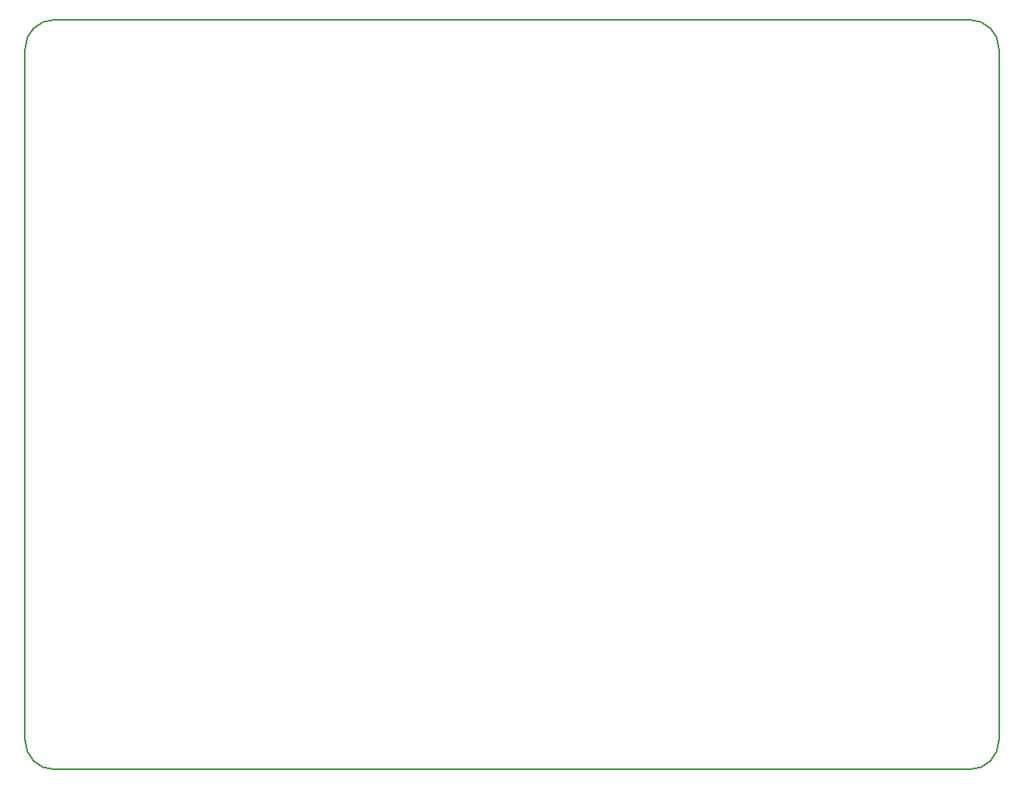
<source format=gbr>
G04 #@! TF.GenerationSoftware,KiCad,Pcbnew,(5.1.5)-3*
G04 #@! TF.CreationDate,2020-03-11T08:09:57+09:00*
G04 #@! TF.ProjectId,Electricity_Manager_40W,456c6563-7472-4696-9369-74795f4d616e,rev?*
G04 #@! TF.SameCoordinates,Original*
G04 #@! TF.FileFunction,Profile,NP*
%FSLAX46Y46*%
G04 Gerber Fmt 4.6, Leading zero omitted, Abs format (unit mm)*
G04 Created by KiCad (PCBNEW (5.1.5)-3) date 2020-03-11 08:09:57*
%MOMM*%
%LPD*%
G04 APERTURE LIST*
%ADD10C,0.150000*%
%ADD11C,0.200000*%
G04 APERTURE END LIST*
D10*
X51000000Y-175000000D02*
G75*
G02X48000000Y-172000000I0J3000000D01*
G01*
X48000000Y-101000000D02*
G75*
G02X51000000Y-98000000I3000000J0D01*
G01*
X48000000Y-172000000D02*
X48000000Y-101000000D01*
X145000000Y-175000000D02*
X51000000Y-175000000D01*
X148000000Y-101000000D02*
X148000000Y-172000000D01*
X51000000Y-98000000D02*
X145000000Y-98000000D01*
X148000000Y-172000000D02*
G75*
G02X145000000Y-175000000I-3000000J0D01*
G01*
D11*
X145000000Y-98000000D02*
G75*
G02X148000000Y-101000000I0J-3000000D01*
G01*
M02*

</source>
